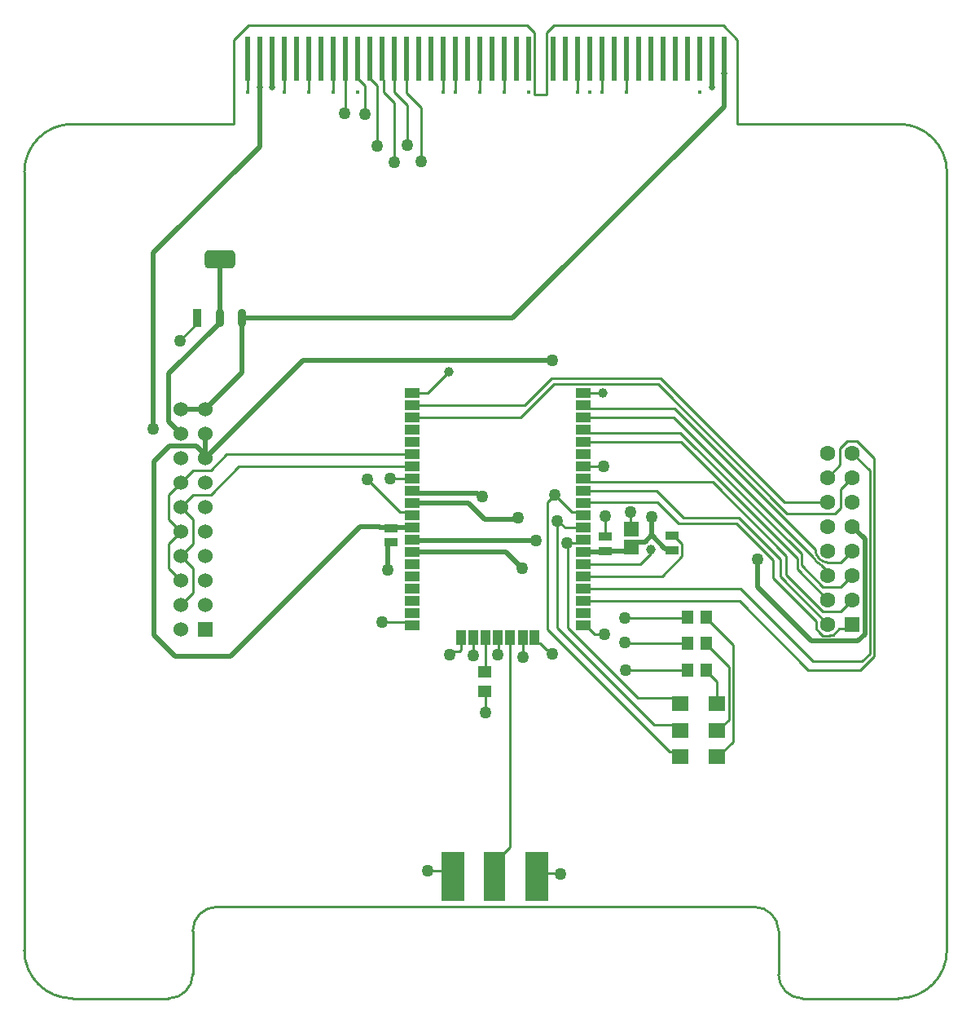
<source format=gbr>
%TF.GenerationSoftware,Altium Limited,Altium Designer,23.3.1 (30)*%
G04 Layer_Physical_Order=1*
G04 Layer_Color=39423*
%FSLAX45Y45*%
%MOMM*%
%TF.SameCoordinates,1C6A76D4-FC78-4FE7-9AFF-FEA26D458E01*%
%TF.FilePolarity,Positive*%
%TF.FileFunction,Copper,L1,Top,Signal*%
%TF.Part,Single*%
G01*
G75*
%TA.AperFunction,Conductor*%
%ADD10C,0.29210*%
%TA.AperFunction,SMDPad,CuDef*%
%ADD11R,1.52400X1.01600*%
%ADD12R,1.01600X1.52400*%
%ADD13R,0.91981X1.90415*%
G04:AMPARAMS|DCode=14|XSize=1.90415mm|YSize=0.91981mm|CornerRadius=0.4599mm|HoleSize=0mm|Usage=FLASHONLY|Rotation=90.000|XOffset=0mm|YOffset=0mm|HoleType=Round|Shape=RoundedRectangle|*
%AMROUNDEDRECTD14*
21,1,1.90415,0.00000,0,0,90.0*
21,1,0.98435,0.91981,0,0,90.0*
1,1,0.91981,0.00000,0.49217*
1,1,0.91981,0.00000,-0.49217*
1,1,0.91981,0.00000,-0.49217*
1,1,0.91981,0.00000,0.49217*
%
%ADD14ROUNDEDRECTD14*%
G04:AMPARAMS|DCode=15|XSize=1.90415mm|YSize=3.21981mm|CornerRadius=0.457mm|HoleSize=0mm|Usage=FLASHONLY|Rotation=90.000|XOffset=0mm|YOffset=0mm|HoleType=Round|Shape=RoundedRectangle|*
%AMROUNDEDRECTD15*
21,1,1.90415,2.30581,0,0,90.0*
21,1,0.99016,3.21981,0,0,90.0*
1,1,0.91399,1.15291,0.49508*
1,1,0.91399,1.15291,-0.49508*
1,1,0.91399,-1.15291,-0.49508*
1,1,0.91399,-1.15291,0.49508*
%
%ADD15ROUNDEDRECTD15*%
%ADD16R,1.35000X0.95000*%
%ADD17R,1.31583X0.90606*%
%ADD18R,1.55000X1.50000*%
%ADD19R,1.45000X1.20000*%
%ADD20R,1.20000X1.45000*%
%ADD21R,1.75000X1.50000*%
%ADD22R,2.41300X5.08000*%
%ADD23R,2.28600X5.08000*%
%ADD24R,0.53000X4.57200*%
%TA.AperFunction,Conductor*%
%ADD25C,0.50000*%
%ADD26C,0.29300*%
%ADD27C,0.29200*%
%TA.AperFunction,NonConductor*%
%ADD28C,0.25400*%
%TA.AperFunction,ComponentPad*%
%ADD29R,1.60020X1.60020*%
%ADD30C,1.60020*%
%ADD31C,1.53000*%
%ADD32R,1.53000X1.53000*%
%TA.AperFunction,ViaPad*%
%ADD33C,1.00000*%
%ADD34C,1.27000*%
%ADD35C,0.63500*%
%ADD36C,0.44400*%
D10*
X8198862Y4583637D02*
G03*
X8235861Y4533001I178482J91579D01*
G01*
X8236180Y4532686D02*
G03*
X8281237Y4501263I113814J115179D01*
G01*
X8219316Y4660684D02*
G03*
X8265130Y4563001I158028J14532D01*
G01*
X8265130Y4563001D02*
G03*
X8344291Y4527985I84863J84863D01*
G01*
X8380790Y3769821D02*
G03*
X8378080Y3769316I3984J-28937D01*
G01*
X5199500Y6159500D02*
X5477500Y6437500D01*
X4030000Y6159500D02*
X5199500D01*
X5477500Y6437500D02*
X6615000D01*
X5810000Y6032500D02*
X6750000D01*
X8350000Y4394000D02*
Y4432499D01*
X8281237Y4501262D02*
X8341445Y4441055D01*
X6758555Y6023945D02*
X8198862Y4583637D01*
X6750000Y6032500D02*
X6758555Y6023945D01*
X8235861Y4533001D02*
X8236180Y4532686D01*
X8341445Y4441054D02*
X8350000Y4432499D01*
X6615000Y6437500D02*
X7896500Y5156000D01*
X6797500Y4932500D02*
X7402500D01*
X6576495Y5153505D02*
X6797500Y4932500D01*
X7402500D02*
X7785000Y4550000D01*
X7896500Y5156000D02*
X8350000D01*
X5507505Y6380005D02*
X6584995D01*
X7929015Y5035985D02*
X8425985D01*
X6584995Y6380005D02*
X7929015Y5035985D01*
X7153695Y5361305D02*
X7920000Y4595000D01*
X5846195Y5361305D02*
X7153695D01*
X7920000Y4400274D02*
Y4595000D01*
X7785000Y4365067D02*
X8229985Y3920082D01*
X7785000Y4365067D02*
Y4550000D01*
X8374749Y3765985D02*
X8378080Y3769316D01*
X8229985Y3836288D02*
Y3886000D01*
X8350000Y3765985D02*
X8374749D01*
X8229985Y3836288D02*
X8265137Y3801137D01*
X8300288Y3765985D01*
X8229985Y3886000D02*
Y3920082D01*
X8300288Y3765985D02*
X8350000D01*
X7857500Y4378500D02*
X8350000Y3886000D01*
X7857500Y4378500D02*
Y4560000D01*
X7425590Y4991910D02*
X7857500Y4560000D01*
X7920000Y4400274D02*
X8300288Y4019985D01*
X6848090Y4991910D02*
X7425590D01*
X6820695Y5869305D02*
X8074162Y4615839D01*
Y4500112D02*
Y4615839D01*
X5846195Y5869305D02*
X6820695D01*
X5810000Y5778500D02*
X6824000D01*
X8032252Y4457749D02*
Y4570248D01*
X6824000Y5778500D02*
X8032252Y4570248D01*
X6756695Y6123305D02*
X8219316Y4660684D01*
X5846195Y6123305D02*
X6756695D01*
X8219316Y4660684D02*
Y4660684D01*
X8344291Y4527985D02*
X8483985D01*
X4790000Y3367500D02*
Y3746500D01*
X6544605Y2840395D02*
X6759605D01*
X5536495Y3848505D02*
Y4956495D01*
Y3848505D02*
X6544605Y2840395D01*
X5436495Y3831005D02*
X6705796Y2561704D01*
X6768296D02*
X6820000Y2510000D01*
X6705796Y2561704D02*
X6768296D01*
X5436495Y3831005D02*
Y5151738D01*
X5160000Y6032500D02*
X5507505Y6380005D01*
X4030000Y6032500D02*
X5160000D01*
X8350000Y5410000D02*
X8480000Y5540000D01*
Y5709727D01*
X8554288Y5784015D01*
X8150000Y3410000D02*
X8690000D01*
X8828625Y3548625D01*
X7432501Y4127500D02*
X8150000Y3410000D01*
X5810000Y4127500D02*
X7432501D01*
X8407180Y3773454D02*
X8470015Y3836288D01*
X8554288D02*
X8604000Y3886000D01*
X8470015Y3836288D02*
X8554288D01*
X8380790Y3769821D02*
X8407180Y3773454D01*
X5810000Y5270500D02*
X6569500D01*
X6848090Y4991910D01*
X5810000Y5143500D02*
X5820005Y5153505D01*
X6576495D01*
X5436495Y5151738D02*
X5510000Y5225243D01*
Y5230000D01*
X5536495Y4956495D02*
X5540000Y4960000D01*
X5651795Y3848129D02*
Y4718204D01*
X5640000Y4730000D02*
X5651795Y4718204D01*
X5687305Y5052695D02*
X5773805D01*
X5510000Y5230000D02*
X5687305Y5052695D01*
X5550766Y4960000D02*
X5621266Y4889500D01*
X5540000Y4960000D02*
X5550766D01*
X5621266Y4889500D02*
X5810000D01*
X5777500Y4730000D02*
X5810000Y4762500D01*
X5640000Y4730000D02*
X5777500D01*
X5773805Y5052695D02*
X5810000Y5016500D01*
X5651795Y3848129D02*
X6379530Y3120395D01*
X8828625Y3548625D02*
Y5609102D01*
X8786715Y3581721D02*
Y5481285D01*
X8706904Y3501910D02*
X8786715Y3581721D01*
X8197360Y3501910D02*
X8706904D01*
X7444770Y4254500D02*
X8197360Y3501910D01*
X5810000Y4254500D02*
X7444770D01*
X8032252Y4457749D02*
X8350000Y4140000D01*
X8074162Y4500112D02*
X8300288Y4273985D01*
X8483985D01*
X8653712Y5784015D02*
X8828625Y5609102D01*
X8604000Y5664000D02*
X8786715Y5481285D01*
X8483985Y4019985D02*
X8604000Y4140000D01*
X8300288Y4019985D02*
X8483985D01*
X8554288Y5784015D02*
X8653712D01*
X8425985Y5035985D02*
X8483985Y5093985D01*
Y5289985D01*
X8604000Y5410000D01*
X5810000Y6159500D02*
X5846195Y6123305D01*
X8483985Y4527985D02*
X8604000Y4648000D01*
X5810000Y5905500D02*
X5846195Y5869305D01*
X8483985Y4273985D02*
X8604000Y4394000D01*
X5810000Y5397500D02*
X5846195Y5361305D01*
X1756900Y4724900D02*
Y4979100D01*
X6379530Y3120395D02*
X6759605D01*
Y2840395D02*
X6820000Y2780000D01*
X6759605Y3120395D02*
X6820000Y3060000D01*
X7090000Y3947500D02*
Y3960000D01*
Y3947500D02*
X7364415Y3673085D01*
Y2666915D02*
Y3673085D01*
X7207500Y2510000D02*
X7364415Y2666915D01*
X7195000Y2510000D02*
X7207500D01*
X7322505Y2895005D02*
Y3444995D01*
X7195000Y2780000D02*
X7207500D01*
X7090000Y3677500D02*
Y3690000D01*
Y3677500D02*
X7322505Y3444995D01*
X7207500Y2780000D02*
X7322505Y2895005D01*
X7090000Y3397500D02*
X7195000Y3292500D01*
Y3060000D02*
Y3292500D01*
X7090000Y3397500D02*
Y3410000D01*
X6626778Y4381500D02*
X6835797Y4590518D01*
X5810000Y4381500D02*
X6626778D01*
X6835797Y4590518D02*
Y4722300D01*
X6750489Y4807608D02*
X6835797Y4722300D01*
X6730000Y4807608D02*
X6750489D01*
D11*
X5810000Y6286500D02*
D03*
Y6159500D02*
D03*
Y6032500D02*
D03*
Y5905500D02*
D03*
Y5778500D02*
D03*
Y5651500D02*
D03*
Y5524500D02*
D03*
Y5397500D02*
D03*
Y5270500D02*
D03*
Y5143500D02*
D03*
Y5016500D02*
D03*
Y4889500D02*
D03*
Y4762500D02*
D03*
Y4635500D02*
D03*
Y4508500D02*
D03*
Y4381500D02*
D03*
Y4254500D02*
D03*
Y4127500D02*
D03*
Y4000500D02*
D03*
Y3873500D02*
D03*
X4030000Y6286500D02*
D03*
Y6159500D02*
D03*
Y6032500D02*
D03*
Y5905500D02*
D03*
Y5778500D02*
D03*
Y5651500D02*
D03*
Y5524500D02*
D03*
Y5397500D02*
D03*
Y5270500D02*
D03*
Y5143500D02*
D03*
Y5016500D02*
D03*
Y4889500D02*
D03*
Y4762500D02*
D03*
Y4635500D02*
D03*
Y4508500D02*
D03*
Y4381500D02*
D03*
Y4254500D02*
D03*
Y4127500D02*
D03*
Y4000500D02*
D03*
Y3873500D02*
D03*
D12*
X5300000Y3746500D02*
D03*
X5180000D02*
D03*
X5050000D02*
D03*
X4920000D02*
D03*
X4790000D02*
D03*
X4670000D02*
D03*
X4540000D02*
D03*
D13*
X1800000Y7065000D02*
D03*
D14*
X2030000D02*
D03*
X2260000D02*
D03*
D15*
X2030000Y7675000D02*
D03*
D16*
X3810000Y4885000D02*
D03*
Y4735000D02*
D03*
X6040000Y4645000D02*
D03*
Y4795000D02*
D03*
D17*
X6730000Y4807608D02*
D03*
Y4652392D02*
D03*
D18*
X6310000Y4870000D02*
D03*
Y4690000D02*
D03*
D19*
X4787500Y3192500D02*
D03*
Y3392500D02*
D03*
D20*
X6890000Y3960000D02*
D03*
X7090000D02*
D03*
X6890000Y3690000D02*
D03*
X7090000D02*
D03*
X6890000Y3410000D02*
D03*
X7090000D02*
D03*
D21*
X6820000Y2510000D02*
D03*
X7195000D02*
D03*
X6820000Y2780000D02*
D03*
X7195000D02*
D03*
X6820000Y3060000D02*
D03*
X7195000D02*
D03*
D22*
X4451850Y1270000D02*
D03*
X5328150D02*
D03*
D23*
X4890000D02*
D03*
D24*
X2317650Y9760000D02*
D03*
X2444650D02*
D03*
X2571650D02*
D03*
X2698650D02*
D03*
X2825650D02*
D03*
X2952650D02*
D03*
X3079650D02*
D03*
X3206650D02*
D03*
X3333650D02*
D03*
X3460650D02*
D03*
X3587650D02*
D03*
X3714650D02*
D03*
X3841650D02*
D03*
X3968650D02*
D03*
X4095650D02*
D03*
X4222650D02*
D03*
X4349650D02*
D03*
X4476650D02*
D03*
X4603650D02*
D03*
X4730650D02*
D03*
X4857650D02*
D03*
X4984650D02*
D03*
X5111650D02*
D03*
X5238650D02*
D03*
X5492650D02*
D03*
X5619650D02*
D03*
X5746650D02*
D03*
X5873650D02*
D03*
X6000650D02*
D03*
X6127650D02*
D03*
X6254650D02*
D03*
X6381650D02*
D03*
X6508650D02*
D03*
X6635650D02*
D03*
X6762650D02*
D03*
X6889650D02*
D03*
X7016650D02*
D03*
X7143650D02*
D03*
X7270650D02*
D03*
D25*
X1884000Y5641872D02*
Y5868000D01*
Y5614000D02*
Y5641872D01*
X1345000Y3775000D02*
Y5577500D01*
Y3775000D02*
X1570000Y3550000D01*
X1345000Y5577500D02*
X1508400Y5740900D01*
X2897500Y6627500D02*
X5485000D01*
X1884000Y5614000D02*
X2897500Y6627500D01*
X1508400Y5740900D02*
X1784972D01*
X1884000Y5641872D01*
X1340000Y7740000D02*
X2444700Y8844700D01*
X1340000Y5915255D02*
Y7740000D01*
X3692750Y4892250D02*
X4027250D01*
X1503100Y5994900D02*
X1630000Y5868000D01*
X7143675Y9460025D02*
X7143700Y9460000D01*
X7143675Y9460025D02*
Y9759975D01*
X7143650Y9760000D02*
X7143675Y9759975D01*
X5075000Y7065000D02*
X7270650Y9260650D01*
X2260000Y7065000D02*
X5075000D01*
X7270650Y9260650D02*
Y9603885D01*
X4030000Y5143500D02*
X4614000D01*
X4781400Y4976100D01*
X5120000D01*
X5133900Y4990000D01*
X4055800Y5244700D02*
X4704464D01*
X4739164Y5210000D02*
X4760000D01*
X4704464Y5244700D02*
X4739164Y5210000D01*
X5313750Y4758750D02*
X5317500Y4755000D01*
X4033750Y4758750D02*
X5313750D01*
X4030000Y4762500D02*
X4033750Y4758750D01*
X7620000Y4270000D02*
Y4556600D01*
Y4270000D02*
X8180000Y3710000D01*
X5004500Y4635500D02*
X5170000Y4470000D01*
X4030000Y4635500D02*
X5004500D01*
X2444700Y8844700D02*
Y9460000D01*
X6360000Y4740000D02*
X6450000D01*
X6310000Y4690000D02*
X6360000Y4740000D01*
X6450000D02*
X6520000Y4810000D01*
X6709697Y4672695D02*
X6730000Y4652392D01*
X6520000Y4810000D02*
X6657305Y4672695D01*
X6520000Y4810000D02*
Y4997322D01*
X6657305Y4672695D02*
X6709697D01*
X8180000Y3710000D02*
X8659296D01*
X8734410Y3785114D01*
X8604000Y4902000D02*
X8734410Y4771590D01*
Y3785114D02*
Y4771590D01*
X6040000Y4645000D02*
X6265000D01*
X6310000Y4690000D01*
X5814750Y4640250D02*
X6035250D01*
X6040000Y4645000D01*
X5810000Y4635500D02*
X5814750Y4640250D01*
X3780000Y4450000D02*
Y4705000D01*
X1570000Y3550000D02*
X2145000D01*
X3490000Y4895000D02*
X3690000D01*
X2145000Y3550000D02*
X3490000Y4895000D01*
X4027250Y4892250D02*
X4030000Y4889500D01*
X3690000Y4895000D02*
X3692750Y4892250D01*
X2030000Y7065000D02*
Y7675000D01*
X7270650Y9603885D02*
Y9760000D01*
Y9603885D02*
X7275950D01*
X4030000Y5270500D02*
X4055800Y5244700D01*
X1630000Y6122000D02*
X1884000D01*
X2260000Y6498000D01*
Y7065000D01*
X1503100Y6488883D02*
X2030000Y7015783D01*
Y7065000D01*
X1503100Y5994900D02*
Y6488883D01*
X3714650Y9760000D02*
X3716150Y9758500D01*
X2444675Y9460025D02*
X2444700Y9460000D01*
X2444675Y9460025D02*
Y9759975D01*
X2571675Y9460025D02*
Y9759975D01*
X2571650Y9760000D02*
X2571675Y9759975D01*
Y9460025D02*
X2571700Y9460000D01*
X2444650Y9760000D02*
X2444675Y9759975D01*
D26*
X6512500Y4617500D02*
Y4660000D01*
X6403500Y4508500D02*
X6512500Y4617500D01*
X5810000Y4508500D02*
X6403500D01*
X4191500Y6286500D02*
X4415000Y6510000D01*
X3562500Y5392500D02*
X3902350Y5052650D01*
X3993850D02*
X4030000Y5016500D01*
X3902350Y5052650D02*
X3993850D01*
X3805000Y5395000D02*
X3807500Y5397500D01*
X4030000D01*
X5180000Y3547500D02*
Y3746500D01*
X5429000Y3617500D02*
X5467836D01*
X5485000Y3600336D01*
Y3575000D02*
Y3600336D01*
X5300000Y3721100D02*
Y3746500D01*
Y3721100D02*
X5336150Y3684950D01*
X5361550D01*
X5429000Y3617500D01*
X4417500Y3567500D02*
X4455000Y3605000D01*
X4522837D02*
X4540000Y3622163D01*
X4455000Y3605000D02*
X4522837D01*
X4540000Y3622163D02*
Y3746500D01*
X4670000Y3605000D02*
Y3746500D01*
X4925000Y3622500D02*
Y3741500D01*
X4920000Y3746500D02*
X4925000Y3741500D01*
X4787500Y3192500D02*
X4790000Y3190000D01*
Y2967500D02*
Y3190000D01*
X4890000Y1409700D02*
X5050000Y1569700D01*
Y3746500D01*
X5810000Y5524500D02*
X6022000D01*
X6247500Y3410000D02*
X6890000D01*
X6882500Y3952500D02*
X6890000Y3960000D01*
X6237500Y3952500D02*
X6882500D01*
X6265000Y3690000D02*
X6890000D01*
X3540000Y9187500D02*
X3542500Y9185000D01*
X3540000Y9187500D02*
Y9250836D01*
X4537500Y3744000D02*
X4540000Y3746500D01*
X6040000Y4795000D02*
Y5010000D01*
X4030000Y6286500D02*
X4191500D01*
X6300000Y4880000D02*
X6310000Y4870000D01*
X6300000Y4880000D02*
Y5050000D01*
X3780000Y4705000D02*
X3810000Y4735000D01*
X3720350Y3909650D02*
X3993850D01*
X3720000Y3910000D02*
X3720350Y3909650D01*
X3993850D02*
X4030000Y3873500D01*
X1800000Y7015783D02*
Y7065000D01*
X1614217Y6830000D02*
X1800000Y7015783D01*
X4730675Y9410025D02*
X4730700Y9410000D01*
X4730675Y9410025D02*
Y9759975D01*
X5746675Y9410025D02*
X5746700Y9410000D01*
X4984675Y9410025D02*
X4984700Y9410000D01*
X6000675Y9410025D02*
X6000700Y9410000D01*
X5746650Y9760000D02*
X5746675Y9759975D01*
X4984675Y9410025D02*
Y9759975D01*
X6254675Y9410025D02*
X6254700Y9410000D01*
X6000675Y9410025D02*
Y9759975D01*
X6254675Y9410025D02*
Y9759975D01*
X4730650Y9760000D02*
X4730675Y9759975D01*
X5746675Y9410025D02*
Y9759975D01*
X6254650Y9760000D02*
X6254675Y9759975D01*
X6000650Y9760000D02*
X6000675Y9759975D01*
X4984650Y9760000D02*
X4984675Y9759975D01*
X4190000Y1330000D02*
X4391850D01*
X4451850Y1270000D01*
X5358150Y1300000D02*
X5520000D01*
X5328150Y1270000D02*
X5358150Y1300000D01*
X5773850Y3909650D02*
X5810000Y3873500D01*
X5773850Y4472350D02*
X5810000Y4508500D01*
Y6286500D02*
X5983500D01*
X5928900Y3780000D02*
X6030000D01*
X5810000Y3873500D02*
X5835400D01*
X5928900Y3780000D01*
X5810000Y3873500D02*
X5846150Y3909650D01*
X4890000Y1270000D02*
Y1409700D01*
X4476675Y9410025D02*
Y9759975D01*
X4476650Y9760000D02*
X4476675Y9759975D01*
Y9410025D02*
X4476700Y9410000D01*
X4349650Y9760000D02*
X4349675Y9759975D01*
Y9410025D02*
Y9759975D01*
Y9410025D02*
X4349700Y9410000D01*
X3206675Y9410025D02*
Y9759975D01*
X3206650Y9760000D02*
X3206675Y9759975D01*
Y9410025D02*
X3206700Y9410000D01*
X2952675Y9410025D02*
X2952700Y9410000D01*
X2952650Y9760000D02*
X2952675Y9759975D01*
Y9410025D02*
Y9759975D01*
X2698675Y9410025D02*
Y9759975D01*
Y9410025D02*
X2698700Y9410000D01*
X2698650Y9760000D02*
X2698675Y9759975D01*
X2317650Y9760000D02*
X2317675Y9759975D01*
Y9410025D02*
Y9759975D01*
Y9410025D02*
X2317700Y9410000D01*
D27*
X1757100Y5487100D02*
X1936564D01*
X1630000Y5360000D02*
X1757100Y5487100D01*
X1936564D02*
X2100964Y5651500D01*
X1503100Y5233100D02*
X1630000Y5360000D01*
X3968650Y9401350D02*
Y9760000D01*
X4120000Y8690000D02*
Y9250000D01*
X3968650Y9401350D02*
X4120000Y9250000D01*
X3735000Y9412500D02*
Y9537550D01*
X3845000Y8682500D02*
Y9302500D01*
X3735000Y9412500D02*
X3845000Y9302500D01*
X3587650Y9557900D02*
X3670000Y9475550D01*
Y8850000D02*
Y9475550D01*
X3716150Y9556400D02*
X3735000Y9537550D01*
X3716150Y9556400D02*
Y9758500D01*
X3841650Y9413350D02*
X3977500Y9277500D01*
Y8860000D02*
Y9277500D01*
X3841650Y9413350D02*
Y9760000D01*
X3460650Y9557900D02*
X3540000Y9478550D01*
Y9250836D02*
Y9478550D01*
X3333650Y9193650D02*
Y9760000D01*
X3330000Y9190000D02*
X3333650Y9193650D01*
X3587650Y9557900D02*
Y9760000D01*
X3460650Y9557900D02*
Y9760000D01*
X2100964Y5651500D02*
X4030000D01*
X1757100Y5233100D02*
X1936564D01*
X2227964Y5524500D01*
X4030000D01*
X1756900Y4216900D02*
Y4471100D01*
X1630000Y4090000D02*
X1756900Y4216900D01*
X1630000Y4598000D02*
X1756900Y4471100D01*
X1630000Y4598000D02*
X1756900Y4724900D01*
X1630000Y5106000D02*
X1756900Y4979100D01*
X1503100Y4470900D02*
X1630000Y4344000D01*
X1503100Y4470900D02*
Y4725100D01*
X1630000Y4852000D01*
Y5106000D02*
X1757100Y5233100D01*
X1503100Y4978900D02*
Y5233100D01*
Y4978900D02*
X1630000Y4852000D01*
D28*
X9588500Y8580500D02*
G03*
X9088500Y9080500I-500000J0D01*
G01*
X500000D02*
G03*
X0Y8580500I0J-500000D01*
G01*
X9088500Y0D02*
G03*
X9588500Y500000I0J500000D01*
G01*
X7838500Y700000D02*
G03*
X7588500Y950000I-250000J0D01*
G01*
X7838500Y250000D02*
G03*
X8088500Y0I250000J0D01*
G01*
X2000000Y950000D02*
G03*
X1750000Y700000I0J-250000D01*
G01*
X1500000Y0D02*
G03*
X1750000Y250000I-0J250000D01*
G01*
X0Y500000D02*
G03*
X500000Y0I500000J0D01*
G01*
X5228700Y10101500D02*
X5303700Y10026500D01*
X5303700D02*
X5303750Y9385500D01*
X5427700D02*
Y10026500D01*
X5502700Y10101500D01*
X5303700Y9385500D02*
X5427700D01*
X2326700Y10101500D02*
X5228700D01*
X2176700Y9951700D02*
X2326700Y10101500D01*
X7261700D02*
X7411700Y9951700D01*
X500000Y9080500D02*
X2176700D01*
X5502700Y10101500D02*
X7261700D01*
X7411700Y9080500D02*
Y9951700D01*
X2176700D02*
X2176750Y9080500D01*
X7411700D02*
X9088500D01*
X8088500Y0D02*
X9088500D01*
X2000000Y950000D02*
X7588500D01*
X7838500Y250000D02*
Y700000D01*
X1750000Y250000D02*
Y700000D01*
X9588500Y500000D02*
Y8580500D01*
X500000Y0D02*
X1500000D01*
X0Y500000D02*
Y8580500D01*
D29*
X8604000Y3886000D02*
D03*
D30*
X8350000D02*
D03*
X8604000Y4140000D02*
D03*
X8350000D02*
D03*
X8604000Y4394000D02*
D03*
X8350000D02*
D03*
X8604000Y4648000D02*
D03*
X8350000D02*
D03*
X8604000Y4902000D02*
D03*
X8350000D02*
D03*
X8604000Y5156000D02*
D03*
X8350000D02*
D03*
X8604000Y5410000D02*
D03*
X8350000D02*
D03*
X8604000Y5664000D02*
D03*
X8350000D02*
D03*
D31*
X1630000Y6122000D02*
D03*
X1884000D02*
D03*
X1630000Y5868000D02*
D03*
X1884000D02*
D03*
X1630000Y5614000D02*
D03*
X1884000D02*
D03*
X1630000Y5360000D02*
D03*
X1884000D02*
D03*
X1630000Y5106000D02*
D03*
X1884000D02*
D03*
X1630000Y4852000D02*
D03*
X1884000D02*
D03*
X1630000Y4598000D02*
D03*
X1884000D02*
D03*
X1630000Y4344000D02*
D03*
X1884000D02*
D03*
X1630000Y4090000D02*
D03*
X1884000D02*
D03*
X1630000Y3836000D02*
D03*
D32*
X1884000D02*
D03*
D33*
X6512500Y4660000D02*
D03*
X4415000Y6510000D02*
D03*
X6010000Y6290000D02*
D03*
D34*
X3562500Y5392500D02*
D03*
X1340000Y5915255D02*
D03*
X5485000Y6627500D02*
D03*
X5180000Y3547500D02*
D03*
X5485000Y3575000D02*
D03*
X4417500Y3567500D02*
D03*
X4665000Y3562500D02*
D03*
X4920000Y3567500D02*
D03*
X6022000Y5524500D02*
D03*
X6247500Y3410000D02*
D03*
X6237500Y3952500D02*
D03*
Y3692500D02*
D03*
X4120000Y8690000D02*
D03*
X3977500Y8860000D02*
D03*
X3845000Y8682500D02*
D03*
X3542500Y9185000D02*
D03*
X3805000Y5395000D02*
D03*
X4790000Y2967500D02*
D03*
X5317500Y4755000D02*
D03*
X4760000Y5210000D02*
D03*
X5510000Y5230000D02*
D03*
X5540000Y4960000D02*
D03*
X5640000Y4730000D02*
D03*
X6040000Y5010000D02*
D03*
X3330000Y9190000D02*
D03*
X3670000Y8850000D02*
D03*
X5170000Y4470000D02*
D03*
X5133900Y4990000D02*
D03*
X7620000Y4556600D02*
D03*
X6300000Y5050000D02*
D03*
X3780000Y4450000D02*
D03*
X6520000Y4997322D02*
D03*
X3720000Y3910000D02*
D03*
X1614217Y6830000D02*
D03*
X5570000Y1290000D02*
D03*
X4190000Y1330000D02*
D03*
X6030000Y3780000D02*
D03*
D35*
X7143700Y9460000D02*
D03*
X7275950Y9603885D02*
D03*
X2444700Y9460000D02*
D03*
X2571700D02*
D03*
D36*
X7016700Y9410000D02*
D03*
X4730700D02*
D03*
X4984700D02*
D03*
X6000700D02*
D03*
X6254700D02*
D03*
X5746700D02*
D03*
X5873700D02*
D03*
X5238700D02*
D03*
X3460700D02*
D03*
X4476700D02*
D03*
X4349700D02*
D03*
X3206700D02*
D03*
X2952700D02*
D03*
X2698700D02*
D03*
X2317700D02*
D03*
%TF.MD5,dda3339eb5e14009f88b1bd7aac70823*%
M02*

</source>
